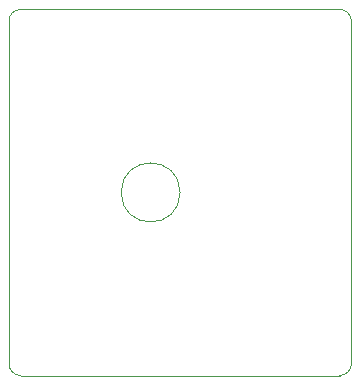
<source format=gm1>
G04 #@! TF.GenerationSoftware,KiCad,Pcbnew,5.1.9+dfsg1-1+deb11u1*
G04 #@! TF.CreationDate,2023-07-28T22:34:42+09:00*
G04 #@! TF.ProjectId,z-tesioner-housing,7a2d7465-7369-46f6-9e65-722d686f7573,rev?*
G04 #@! TF.SameCoordinates,Original*
G04 #@! TF.FileFunction,Profile,NP*
%FSLAX46Y46*%
G04 Gerber Fmt 4.6, Leading zero omitted, Abs format (unit mm)*
G04 Created by KiCad (PCBNEW 5.1.9+dfsg1-1+deb11u1) date 2023-07-28 22:34:42*
%MOMM*%
%LPD*%
G01*
G04 APERTURE LIST*
G04 #@! TA.AperFunction,Profile*
%ADD10C,0.050000*%
G04 #@! TD*
G04 APERTURE END LIST*
D10*
X155000000Y-75000000D02*
G75*
G02*
X156000000Y-76000000I0J-1000000D01*
G01*
X128000000Y-106000000D02*
G75*
G02*
X127000000Y-105000000I0J1000000D01*
G01*
X127000000Y-105000000D02*
X127000000Y-76000000D01*
X155000000Y-106000000D02*
X128000000Y-106000000D01*
X128000000Y-75000000D02*
X155000000Y-75000000D01*
X141500000Y-90500000D02*
G75*
G03*
X141500000Y-90500000I-2500000J0D01*
G01*
X156000000Y-76000000D02*
X156000000Y-105000000D01*
X156000000Y-105000000D02*
G75*
G02*
X155000000Y-106000000I-1000000J0D01*
G01*
X127000000Y-76000000D02*
G75*
G02*
X128000000Y-75000000I1000000J0D01*
G01*
M02*

</source>
